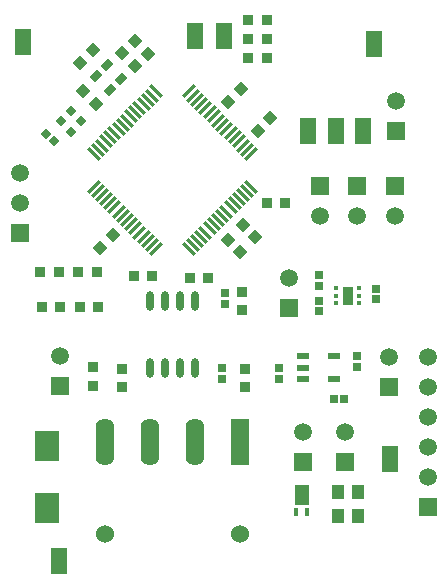
<source format=gbr>
%TF.GenerationSoftware,Altium Limited,Altium Designer,19.1.5 (86)*%
G04 Layer_Color=255*
%FSLAX26Y26*%
%MOIN*%
%TF.FileFunction,Pads,Top*%
%TF.Part,Single*%
G01*
G75*
%TA.AperFunction,SMDPad,CuDef*%
G04:AMPARAMS|DCode=10|XSize=11.811mil|YSize=55.118mil|CornerRadius=0mil|HoleSize=0mil|Usage=FLASHONLY|Rotation=135.000|XOffset=0mil|YOffset=0mil|HoleType=Round|Shape=Rectangle|*
%AMROTATEDRECTD10*
4,1,4,0.023663,0.015311,-0.015311,-0.023663,-0.023663,-0.015311,0.015311,0.023663,0.023663,0.015311,0.0*
%
%ADD10ROTATEDRECTD10*%

G04:AMPARAMS|DCode=11|XSize=11.811mil|YSize=55.118mil|CornerRadius=0mil|HoleSize=0mil|Usage=FLASHONLY|Rotation=225.000|XOffset=0mil|YOffset=0mil|HoleType=Round|Shape=Rectangle|*
%AMROTATEDRECTD11*
4,1,4,-0.015311,0.023663,0.023663,-0.015311,0.015311,-0.023663,-0.023663,0.015311,-0.015311,0.023663,0.0*
%
%ADD11ROTATEDRECTD11*%

%ADD12P,0.038974X4X90.0*%
G04:AMPARAMS|DCode=13|XSize=33.465mil|YSize=25.591mil|CornerRadius=0mil|HoleSize=0mil|Usage=FLASHONLY|Rotation=45.000|XOffset=0mil|YOffset=0mil|HoleType=Round|Shape=Rectangle|*
%AMROTATEDRECTD13*
4,1,4,-0.002784,-0.020879,-0.020879,-0.002784,0.002784,0.020879,0.020879,0.002784,-0.002784,-0.020879,0.0*
%
%ADD13ROTATEDRECTD13*%

%ADD14R,0.017716X0.011811*%
%ADD15R,0.035039X0.062992*%
%ADD16R,0.043307X0.023622*%
%ADD17O,0.025591X0.064961*%
%ADD18R,0.055118X0.086614*%
%ADD19R,0.078740X0.098425*%
%ADD20R,0.033465X0.035433*%
%ADD21R,0.035433X0.033465*%
G04:AMPARAMS|DCode=22|XSize=35.433mil|YSize=33.465mil|CornerRadius=0mil|HoleSize=0mil|Usage=FLASHONLY|Rotation=45.000|XOffset=0mil|YOffset=0mil|HoleType=Round|Shape=Rectangle|*
%AMROTATEDRECTD22*
4,1,4,-0.000696,-0.024359,-0.024359,-0.000696,0.000696,0.024359,0.024359,0.000696,-0.000696,-0.024359,0.0*
%
%ADD22ROTATEDRECTD22*%

%ADD23R,0.015748X0.025591*%
%ADD24R,0.049213X0.070866*%
%ADD25O,0.062992X0.157480*%
%ADD26R,0.062992X0.157480*%
%ADD27P,0.035634X4X270.0*%
%ADD28R,0.025197X0.025197*%
%ADD29R,0.025197X0.025197*%
%ADD30R,0.041339X0.051181*%
G04:AMPARAMS|DCode=31|XSize=35.433mil|YSize=33.465mil|CornerRadius=0mil|HoleSize=0mil|Usage=FLASHONLY|Rotation=315.000|XOffset=0mil|YOffset=0mil|HoleType=Round|Shape=Rectangle|*
%AMROTATEDRECTD31*
4,1,4,-0.024359,0.000696,-0.000696,0.024359,0.024359,-0.000696,0.000696,-0.024359,-0.024359,0.000696,0.0*
%
%ADD31ROTATEDRECTD31*%

%TA.AperFunction,ComponentPad*%
%ADD35R,0.059055X0.059055*%
%ADD36C,0.059055*%
%ADD37C,0.060000*%
D10*
X2295549Y1249322D02*
D03*
X2281630Y1263242D02*
D03*
X2267711Y1277161D02*
D03*
X2253791Y1291080D02*
D03*
X2239872Y1305000D02*
D03*
X2225952Y1318919D02*
D03*
X2212033Y1332839D02*
D03*
X2198113Y1346758D02*
D03*
X2184194Y1360678D02*
D03*
X2170275Y1374597D02*
D03*
X2156355Y1388516D02*
D03*
X2142436Y1402436D02*
D03*
X2128516Y1416355D02*
D03*
X2114597Y1430275D02*
D03*
X2100677Y1444194D02*
D03*
X2086758Y1458113D02*
D03*
X2404121Y1775476D02*
D03*
X2418040Y1761557D02*
D03*
X2431960Y1747638D02*
D03*
X2445879Y1733718D02*
D03*
X2459799Y1719799D02*
D03*
X2473718Y1705879D02*
D03*
X2487637Y1691960D02*
D03*
X2501557Y1678040D02*
D03*
X2515476Y1664121D02*
D03*
X2529396Y1650201D02*
D03*
X2543315Y1636282D02*
D03*
X2557235Y1622363D02*
D03*
X2571154Y1608443D02*
D03*
X2585073Y1594524D02*
D03*
X2598993Y1580604D02*
D03*
X2612912Y1566685D02*
D03*
D11*
X2086758D02*
D03*
X2100677Y1580604D02*
D03*
X2114597Y1594524D02*
D03*
X2128516Y1608443D02*
D03*
X2142436Y1622363D02*
D03*
X2156355Y1636282D02*
D03*
X2170275Y1650201D02*
D03*
X2184194Y1664121D02*
D03*
X2198113Y1678040D02*
D03*
X2212033Y1691960D02*
D03*
X2225952Y1705879D02*
D03*
X2239872Y1719799D02*
D03*
X2253791Y1733718D02*
D03*
X2267711Y1747638D02*
D03*
X2281630Y1761557D02*
D03*
X2295549Y1775476D02*
D03*
X2612912Y1458113D02*
D03*
X2598993Y1444194D02*
D03*
X2585073Y1430275D02*
D03*
X2571154Y1416355D02*
D03*
X2557235Y1402436D02*
D03*
X2543315Y1388516D02*
D03*
X2529396Y1374597D02*
D03*
X2515476Y1360678D02*
D03*
X2501557Y1346758D02*
D03*
X2487637Y1332839D02*
D03*
X2473718Y1318919D02*
D03*
X2459799Y1305000D02*
D03*
X2445879Y1291080D02*
D03*
X2431960Y1277161D02*
D03*
X2418040Y1263242D02*
D03*
X2404121Y1249322D02*
D03*
D12*
X2046538Y1676441D02*
D03*
X2011739Y1641642D02*
D03*
Y1711239D02*
D03*
X1976941Y1676441D02*
D03*
D13*
X2095182Y1825617D02*
D03*
X2132765Y1863199D02*
D03*
X2141116Y1779682D02*
D03*
X2178699Y1817265D02*
D03*
D14*
X2896299Y1120591D02*
D03*
Y1095000D02*
D03*
Y1069409D02*
D03*
X2973071Y1120591D02*
D03*
Y1095000D02*
D03*
Y1069409D02*
D03*
D15*
X2934685Y1095000D02*
D03*
D16*
X2887362Y892402D02*
D03*
Y817598D02*
D03*
X2785000D02*
D03*
Y855000D02*
D03*
Y892402D02*
D03*
D17*
X2275000Y853780D02*
D03*
X2325000D02*
D03*
X2375000D02*
D03*
X2425000D02*
D03*
X2275000Y1076220D02*
D03*
X2325000D02*
D03*
X2375000D02*
D03*
X2425000D02*
D03*
D18*
X3075000Y550000D02*
D03*
X3020000Y1932638D02*
D03*
X1970000Y210000D02*
D03*
X1853185Y1941441D02*
D03*
X2986486Y1643425D02*
D03*
X2893347Y1643944D02*
D03*
X2800000Y1642929D02*
D03*
X2425669Y1960581D02*
D03*
X2520000D02*
D03*
D19*
X1930000Y385669D02*
D03*
Y594331D02*
D03*
D20*
X2663937Y1887271D02*
D03*
X2602913D02*
D03*
X2665370Y1405000D02*
D03*
X2726394D02*
D03*
X2281849Y1160000D02*
D03*
X2220825D02*
D03*
X2408408Y1155000D02*
D03*
X2469431D02*
D03*
X1908976Y1173347D02*
D03*
X1970000D02*
D03*
X1914488Y1058347D02*
D03*
X1975512D02*
D03*
X2602913Y2015000D02*
D03*
X2663937D02*
D03*
X2602913Y1950000D02*
D03*
X2663937D02*
D03*
X2097480Y1173347D02*
D03*
X2036457D02*
D03*
X2102480Y1058347D02*
D03*
X2041457D02*
D03*
D21*
X2590000Y850512D02*
D03*
Y789488D02*
D03*
X2180000D02*
D03*
Y850512D02*
D03*
X2085000Y794488D02*
D03*
Y855512D02*
D03*
X2580000Y1106732D02*
D03*
Y1045709D02*
D03*
D22*
X2533425Y1281575D02*
D03*
X2576575Y1238425D02*
D03*
X2225365Y1943016D02*
D03*
X2268516Y1899866D02*
D03*
X2626575Y1288425D02*
D03*
X2583425Y1331575D02*
D03*
X2050365Y1778016D02*
D03*
X2093516Y1734866D02*
D03*
X2183278Y1903016D02*
D03*
X2226428Y1859866D02*
D03*
D23*
X2760315Y374567D02*
D03*
X2799685D02*
D03*
D24*
X2780000Y429685D02*
D03*
D25*
X2125000Y605118D02*
D03*
X2275000D02*
D03*
X2425000D02*
D03*
D26*
X2575000D02*
D03*
D27*
X1954746Y1608635D02*
D03*
X1929135Y1634246D02*
D03*
D28*
X2839685Y1163110D02*
D03*
Y1126890D02*
D03*
Y1041890D02*
D03*
Y1078110D02*
D03*
X3029685Y1081890D02*
D03*
Y1118110D02*
D03*
X2965000Y856890D02*
D03*
Y893110D02*
D03*
X2705354Y853110D02*
D03*
Y816890D02*
D03*
X2515000Y816890D02*
D03*
Y853110D02*
D03*
X2525640Y1066428D02*
D03*
Y1102649D02*
D03*
D29*
X2923110Y750000D02*
D03*
X2886890D02*
D03*
D30*
X2900551Y360000D02*
D03*
X2969449D02*
D03*
X2900551Y440000D02*
D03*
X2969449D02*
D03*
D31*
X2579506Y1783150D02*
D03*
X2536356Y1740000D02*
D03*
X2676575Y1686575D02*
D03*
X2633425Y1643425D02*
D03*
X2106850Y1254890D02*
D03*
X2150000Y1298040D02*
D03*
X2040366Y1869866D02*
D03*
X2083516Y1913016D02*
D03*
D35*
X2739685Y1055000D02*
D03*
X3070000Y790000D02*
D03*
X2925000Y540000D02*
D03*
X2785000D02*
D03*
X1840000Y1305000D02*
D03*
X1975000Y795000D02*
D03*
X3200000Y390000D02*
D03*
X3090000Y1460000D02*
D03*
X2965000D02*
D03*
X2840000D02*
D03*
X3095000Y1643242D02*
D03*
D36*
X2739685Y1155000D02*
D03*
X3070000Y890000D02*
D03*
X2925000Y640000D02*
D03*
X2785000D02*
D03*
X1840000Y1405000D02*
D03*
Y1505000D02*
D03*
X1975000Y895000D02*
D03*
X3200000Y490000D02*
D03*
Y590000D02*
D03*
Y690000D02*
D03*
Y790000D02*
D03*
Y890000D02*
D03*
X3090000Y1360000D02*
D03*
X2965000D02*
D03*
X2840000D02*
D03*
X3095000Y1743242D02*
D03*
D37*
X2124213Y300000D02*
D03*
X2575000D02*
D03*
%TF.MD5,64eba3514e144cb9c26952143f1d2296*%
M02*

</source>
